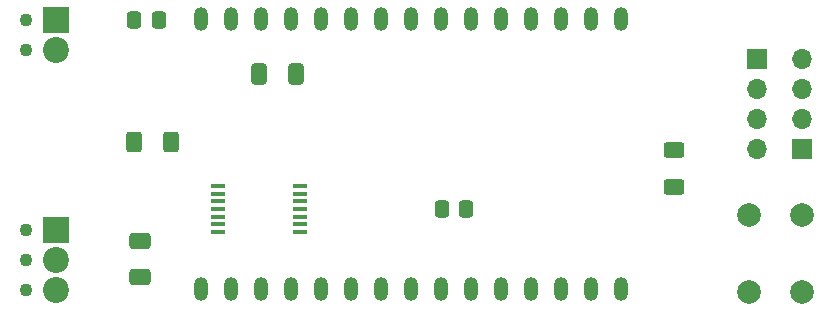
<source format=gbr>
%TF.GenerationSoftware,KiCad,Pcbnew,8.0.2-1*%
%TF.CreationDate,2025-02-23T00:33:37-05:00*%
%TF.ProjectId,RGB Clock Controller,52474220-436c-46f6-936b-20436f6e7472,rev?*%
%TF.SameCoordinates,Original*%
%TF.FileFunction,Soldermask,Top*%
%TF.FilePolarity,Negative*%
%FSLAX46Y46*%
G04 Gerber Fmt 4.6, Leading zero omitted, Abs format (unit mm)*
G04 Created by KiCad (PCBNEW 8.0.2-1) date 2025-02-23 00:33:37*
%MOMM*%
%LPD*%
G01*
G04 APERTURE LIST*
G04 Aperture macros list*
%AMRoundRect*
0 Rectangle with rounded corners*
0 $1 Rounding radius*
0 $2 $3 $4 $5 $6 $7 $8 $9 X,Y pos of 4 corners*
0 Add a 4 corners polygon primitive as box body*
4,1,4,$2,$3,$4,$5,$6,$7,$8,$9,$2,$3,0*
0 Add four circle primitives for the rounded corners*
1,1,$1+$1,$2,$3*
1,1,$1+$1,$4,$5*
1,1,$1+$1,$6,$7*
1,1,$1+$1,$8,$9*
0 Add four rect primitives between the rounded corners*
20,1,$1+$1,$2,$3,$4,$5,0*
20,1,$1+$1,$4,$5,$6,$7,0*
20,1,$1+$1,$6,$7,$8,$9,0*
20,1,$1+$1,$8,$9,$2,$3,0*%
G04 Aperture macros list end*
%ADD10RoundRect,0.250000X0.650000X-0.412500X0.650000X0.412500X-0.650000X0.412500X-0.650000X-0.412500X0*%
%ADD11RoundRect,0.250000X0.412500X0.650000X-0.412500X0.650000X-0.412500X-0.650000X0.412500X-0.650000X0*%
%ADD12RoundRect,0.250000X-0.400000X-0.625000X0.400000X-0.625000X0.400000X0.625000X-0.400000X0.625000X0*%
%ADD13R,1.700000X1.700000*%
%ADD14O,1.700000X1.700000*%
%ADD15R,1.200000X0.400000*%
%ADD16RoundRect,0.250000X0.337500X0.475000X-0.337500X0.475000X-0.337500X-0.475000X0.337500X-0.475000X0*%
%ADD17O,1.200000X2.000000*%
%ADD18C,1.100000*%
%ADD19R,2.200000X2.200000*%
%ADD20C,2.200000*%
%ADD21C,2.000000*%
%ADD22RoundRect,0.250000X-0.625000X0.400000X-0.625000X-0.400000X0.625000X-0.400000X0.625000X0.400000X0*%
G04 APERTURE END LIST*
D10*
%TO.C,C3*%
X69088000Y-80705000D03*
X69088000Y-77580000D03*
%TD*%
D11*
%TO.C,C1*%
X82296000Y-63500000D03*
X79171000Y-63500000D03*
%TD*%
D12*
%TO.C,R1*%
X68580000Y-69215000D03*
X71680000Y-69215000D03*
%TD*%
D13*
%TO.C,J3*%
X125095000Y-69850000D03*
D14*
X125095000Y-67310000D03*
X125095000Y-64770000D03*
X125095000Y-62230000D03*
%TD*%
D15*
%TO.C,U2*%
X75692000Y-72950000D03*
X75692000Y-73600000D03*
X75692000Y-74250000D03*
X75692000Y-74900000D03*
X75692000Y-75550000D03*
X75692000Y-76200000D03*
X75692000Y-76850000D03*
X82592000Y-76850000D03*
X82592000Y-76200000D03*
X82592000Y-75550000D03*
X82592000Y-74900000D03*
X82592000Y-74250000D03*
X82592000Y-73600000D03*
X82592000Y-72950000D03*
%TD*%
D16*
%TO.C,C2*%
X96690000Y-74930000D03*
X94615000Y-74930000D03*
%TD*%
D17*
%TO.C,A1*%
X74255000Y-81707000D03*
X76795000Y-81707000D03*
X79335000Y-81707000D03*
X81875000Y-81707000D03*
X84415000Y-81707000D03*
X86955000Y-81707000D03*
X89495000Y-81707000D03*
X92035000Y-81707000D03*
X94575000Y-81707000D03*
X97115000Y-81707000D03*
X99655000Y-81707000D03*
X102195000Y-81707000D03*
X104735000Y-81707000D03*
X107275000Y-81707000D03*
X109815000Y-81707000D03*
X109815000Y-58847000D03*
X107275000Y-58847000D03*
X104735000Y-58847000D03*
X102195000Y-58847000D03*
X99655000Y-58847000D03*
X97115000Y-58847000D03*
X94575000Y-58847000D03*
X92035000Y-58847000D03*
X89495000Y-58847000D03*
X86955000Y-58847000D03*
X84415000Y-58847000D03*
X81875000Y-58847000D03*
X79335000Y-58847000D03*
X76795000Y-58847000D03*
X74255000Y-58847000D03*
%TD*%
D13*
%TO.C,U1*%
X121285000Y-62230000D03*
D14*
X121285000Y-64770000D03*
X121285000Y-67310000D03*
X121285000Y-69850000D03*
%TD*%
D18*
%TO.C,PWR*%
X59436000Y-58928000D03*
X59436000Y-61468000D03*
D19*
X61976000Y-58928000D03*
D20*
X61976000Y-61468000D03*
%TD*%
D18*
%TO.C,LEDs*%
X59436000Y-76708000D03*
X59436000Y-79248000D03*
X59436000Y-81788000D03*
D19*
X61976000Y-76708000D03*
D20*
X61976000Y-79248000D03*
X61976000Y-81788000D03*
%TD*%
D21*
%TO.C,SW3*%
X120595000Y-81915000D03*
X120595000Y-75415000D03*
X125095000Y-81915000D03*
X125095000Y-75415000D03*
%TD*%
D16*
%TO.C,C4*%
X70655000Y-58928000D03*
X68580000Y-58928000D03*
%TD*%
D22*
%TO.C,R4*%
X114300000Y-69925000D03*
X114300000Y-73025000D03*
%TD*%
M02*

</source>
